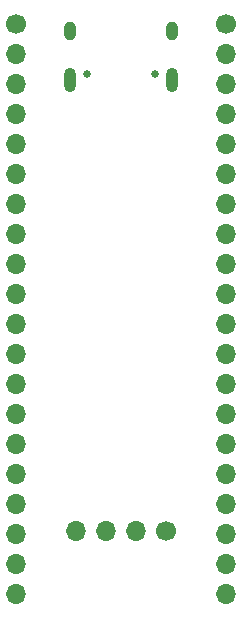
<source format=gbr>
%TF.GenerationSoftware,KiCad,Pcbnew,(6.0.1-0)*%
%TF.CreationDate,2023-04-29T18:30:50+02:00*%
%TF.ProjectId,archimedes,61726368-696d-4656-9465-732e6b696361,rev?*%
%TF.SameCoordinates,Original*%
%TF.FileFunction,Soldermask,Bot*%
%TF.FilePolarity,Negative*%
%FSLAX46Y46*%
G04 Gerber Fmt 4.6, Leading zero omitted, Abs format (unit mm)*
G04 Created by KiCad (PCBNEW (6.0.1-0)) date 2023-04-29 18:30:50*
%MOMM*%
%LPD*%
G01*
G04 APERTURE LIST*
%ADD10O,1.700000X1.700000*%
%ADD11C,1.700000*%
%ADD12C,0.650000*%
%ADD13O,1.000000X2.100000*%
%ADD14O,1.000000X1.600000*%
G04 APERTURE END LIST*
D10*
%TO.C,J4*%
X146690000Y-114345000D03*
X149230000Y-114345000D03*
X151770000Y-114345000D03*
D11*
X154310000Y-114345000D03*
%TD*%
D12*
%TO.C,J1*%
X153390000Y-75600000D03*
X147610000Y-75600000D03*
D13*
X154820000Y-76130000D03*
X146180000Y-76130000D03*
D14*
X146180000Y-71950000D03*
X154820000Y-71950000D03*
%TD*%
D11*
%TO.C,J3*%
X159390000Y-71400000D03*
D10*
X159390000Y-73940000D03*
X159390000Y-76480000D03*
X159390000Y-79020000D03*
X159390000Y-81560000D03*
X159390000Y-84100000D03*
X159390000Y-86640000D03*
X159390000Y-89180000D03*
X159390000Y-91720000D03*
X159390000Y-94260000D03*
X159390000Y-96800000D03*
X159390000Y-99340000D03*
X159390000Y-101880000D03*
X159390000Y-104420000D03*
X159390000Y-106960000D03*
X159390000Y-109500000D03*
X159390000Y-112040000D03*
X159390000Y-114580000D03*
X159390000Y-117120000D03*
X159390000Y-119660000D03*
%TD*%
D11*
%TO.C,J2*%
X141610000Y-71400000D03*
D10*
X141610000Y-73940000D03*
X141610000Y-76480000D03*
X141610000Y-79020000D03*
X141610000Y-81560000D03*
X141610000Y-84100000D03*
X141610000Y-86640000D03*
X141610000Y-89180000D03*
X141610000Y-91720000D03*
X141610000Y-94260000D03*
X141610000Y-96800000D03*
X141610000Y-99340000D03*
X141610000Y-101880000D03*
X141610000Y-104420000D03*
X141610000Y-106960000D03*
X141610000Y-109500000D03*
X141610000Y-112040000D03*
X141610000Y-114580000D03*
X141610000Y-117120000D03*
X141610000Y-119660000D03*
%TD*%
M02*

</source>
